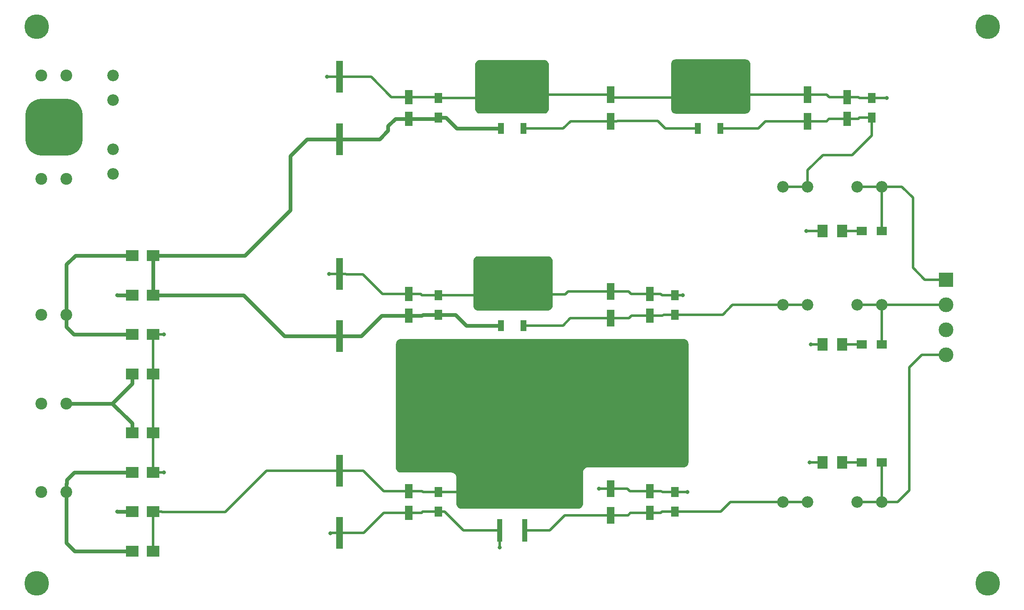
<source format=gbr>
G04 #@! TF.GenerationSoftware,KiCad,Pcbnew,(5.1.5)-3*
G04 #@! TF.CreationDate,2020-11-25T08:49:10-07:00*
G04 #@! TF.ProjectId,Power_Supply,506f7765-725f-4537-9570-706c792e6b69,rev?*
G04 #@! TF.SameCoordinates,Original*
G04 #@! TF.FileFunction,Copper,L1,Top*
G04 #@! TF.FilePolarity,Positive*
%FSLAX46Y46*%
G04 Gerber Fmt 4.6, Leading zero omitted, Abs format (unit mm)*
G04 Created by KiCad (PCBNEW (5.1.5)-3) date 2020-11-25 08:49:10*
%MOMM*%
%LPD*%
G04 APERTURE LIST*
%ADD10C,5.000000*%
%ADD11C,2.350000*%
%ADD12C,2.400000*%
%ADD13R,1.400000X6.400000*%
%ADD14R,1.600000X3.000000*%
%ADD15R,1.600000X2.000000*%
%ADD16R,1.600000X3.500000*%
%ADD17R,2.500000X2.300000*%
%ADD18R,2.000000X1.700000*%
%ADD19R,2.000000X2.500000*%
%ADD20R,1.200000X2.200000*%
%ADD21R,5.800000X6.400000*%
%ADD22R,2.750000X3.050000*%
%ADD23R,1.100000X4.600000*%
%ADD24R,10.800000X9.400000*%
%ADD25R,5.250000X4.550000*%
%ADD26C,3.000000*%
%ADD27R,3.000000X3.000000*%
%ADD28C,0.800000*%
%ADD29C,0.800000*%
%ADD30C,0.500000*%
%ADD31C,6.500000*%
%ADD32C,0.254000*%
G04 APERTURE END LIST*
D10*
X196500000Y-116500000D03*
X3500000Y-116500000D03*
X3500000Y-3500000D03*
X196500000Y-3500000D03*
D11*
X19000000Y-13378200D03*
X19000000Y-18378200D03*
X19000000Y-33378200D03*
X19000000Y-28378200D03*
D12*
X9540000Y-80000000D03*
X4460000Y-80000000D03*
D13*
X65000000Y-26325000D03*
X65000000Y-13675000D03*
D14*
X79000000Y-17800000D03*
X79000000Y-22200000D03*
D15*
X85000000Y-18000000D03*
X85000000Y-22000000D03*
D13*
X65000000Y-53675000D03*
X65000000Y-66325000D03*
X65000000Y-106325000D03*
X65000000Y-93675000D03*
D14*
X79000000Y-62200000D03*
X79000000Y-57800000D03*
X79000000Y-97800000D03*
X79000000Y-102200000D03*
D15*
X85000000Y-62000000D03*
X85000000Y-58000000D03*
X85000000Y-98000000D03*
X85000000Y-102000000D03*
D16*
X120000000Y-22700000D03*
X120000000Y-17300000D03*
X160000000Y-17300000D03*
X160000000Y-22700000D03*
X120000000Y-57300000D03*
X120000000Y-62700000D03*
X120000000Y-97300000D03*
X120000000Y-102700000D03*
D14*
X168000000Y-22200000D03*
X168000000Y-17800000D03*
X128000000Y-57800000D03*
X128000000Y-62200000D03*
X128000000Y-97800000D03*
X128000000Y-102200000D03*
D15*
X173000000Y-22000000D03*
X173000000Y-18000000D03*
X133000000Y-58000000D03*
X133000000Y-62000000D03*
X133000000Y-98000000D03*
X133000000Y-102000000D03*
D17*
X27150000Y-50000000D03*
X22850000Y-50000000D03*
X27150000Y-94000000D03*
X22850000Y-94000000D03*
X22850000Y-58000000D03*
X27150000Y-58000000D03*
X22850000Y-66000000D03*
X27150000Y-66000000D03*
X22850000Y-86000000D03*
X27150000Y-86000000D03*
X22850000Y-110000000D03*
X27150000Y-110000000D03*
X27150000Y-74000000D03*
X22850000Y-74000000D03*
X27150000Y-102000000D03*
X22850000Y-102000000D03*
D18*
X171000000Y-45000000D03*
X175000000Y-45000000D03*
X175000000Y-68000000D03*
X171000000Y-68000000D03*
X175000000Y-92000000D03*
X171000000Y-92000000D03*
D11*
X160000000Y-36000000D03*
X155000000Y-36000000D03*
X170000000Y-36000000D03*
X175000000Y-36000000D03*
X175000000Y-60000000D03*
X170000000Y-60000000D03*
X155000000Y-60000000D03*
X160000000Y-60000000D03*
X160000000Y-100000000D03*
X155000000Y-100000000D03*
X170000000Y-100000000D03*
X175000000Y-100000000D03*
D12*
X4460000Y-13378200D03*
X9540000Y-13378200D03*
X9540000Y-21378200D03*
X4460000Y-21378200D03*
X4460000Y-26378200D03*
X9540000Y-26378200D03*
X9540000Y-34378200D03*
X4460000Y-34378200D03*
X4460000Y-62000000D03*
X9540000Y-62000000D03*
X9540000Y-98000000D03*
X4460000Y-98000000D03*
D19*
X163000000Y-45000000D03*
X167000000Y-45000000D03*
X163000000Y-68000000D03*
X167000000Y-68000000D03*
X163000000Y-92000000D03*
X167000000Y-92000000D03*
D20*
X97720000Y-24200000D03*
X102280000Y-24200000D03*
D21*
X100000000Y-17900000D03*
D22*
X101525000Y-16225000D03*
X98475000Y-19575000D03*
X98475000Y-16225000D03*
X101525000Y-19575000D03*
X101525000Y-59575000D03*
X98475000Y-56225000D03*
X98475000Y-59575000D03*
X101525000Y-56225000D03*
D21*
X100000000Y-57900000D03*
D20*
X102280000Y-64200000D03*
X97720000Y-64200000D03*
D23*
X97460000Y-105775000D03*
X102540000Y-105775000D03*
D24*
X100000000Y-96625000D03*
D25*
X102775000Y-94200000D03*
X97225000Y-99050000D03*
X97225000Y-94200000D03*
X102775000Y-99050000D03*
D22*
X141525000Y-19575000D03*
X138475000Y-16225000D03*
X138475000Y-19575000D03*
X141525000Y-16225000D03*
D21*
X140000000Y-17900000D03*
D20*
X142280000Y-24200000D03*
X137720000Y-24200000D03*
D26*
X188087000Y-70104000D03*
D27*
X188087000Y-54864000D03*
D26*
X188087000Y-65024000D03*
X188087000Y-59944000D03*
D28*
X176067720Y-17993360D03*
X62443360Y-13685520D03*
X93451680Y-11160760D03*
X95651680Y-11160760D03*
X93451680Y-13360760D03*
X93451680Y-15560760D03*
X95651680Y-15560760D03*
X93451680Y-17760760D03*
X95651680Y-17760760D03*
X93451680Y-19960760D03*
X95651680Y-19960760D03*
X97851680Y-11160760D03*
X100051680Y-11160760D03*
X102251680Y-11160760D03*
X104451680Y-11160760D03*
X95651680Y-13360760D03*
X97851680Y-13360760D03*
X100051680Y-13360760D03*
X102251680Y-13360760D03*
X106651680Y-11160760D03*
X104451680Y-13360760D03*
X106651680Y-13360760D03*
X104451680Y-15560760D03*
X106651680Y-15560760D03*
X104451680Y-17760760D03*
X106651680Y-17760760D03*
X104451680Y-19960760D03*
X106651680Y-19960760D03*
X159730440Y-44983400D03*
X62814200Y-53705760D03*
X134680960Y-57993280D03*
X160639760Y-67985640D03*
X160411160Y-91963240D03*
X135544560Y-98028760D03*
X117642640Y-97297240D03*
X97444560Y-109235240D03*
X63139320Y-106334560D03*
X29291280Y-65999360D03*
X29281120Y-93990160D03*
X133421120Y-11247120D03*
X135621120Y-11247120D03*
X133421120Y-13447120D03*
X133421120Y-15647120D03*
X135621120Y-15647120D03*
X133421120Y-17847120D03*
X135621120Y-17847120D03*
X133421120Y-20047120D03*
X135621120Y-20047120D03*
X137821120Y-11247120D03*
X140021120Y-11247120D03*
X142221120Y-11247120D03*
X144421120Y-11247120D03*
X135621120Y-13447120D03*
X137821120Y-13447120D03*
X140021120Y-13447120D03*
X142221120Y-13447120D03*
X146621120Y-11247120D03*
X144421120Y-13447120D03*
X146621120Y-13447120D03*
X144421120Y-15647120D03*
X146621120Y-15647120D03*
X144421120Y-17847120D03*
X146621120Y-17847120D03*
X144421120Y-20047120D03*
X146621120Y-20047120D03*
X97689120Y-53431800D03*
X99889120Y-53431800D03*
X102089120Y-53431800D03*
X106489120Y-51231800D03*
X104289120Y-53431800D03*
X93289120Y-51231800D03*
X104289120Y-55631800D03*
X106489120Y-53431800D03*
X104289120Y-51231800D03*
X95489120Y-53431800D03*
X95489120Y-51231800D03*
X93289120Y-53431800D03*
X102089120Y-51231800D03*
X95489120Y-55631800D03*
X93289120Y-57831800D03*
X95489120Y-57831800D03*
X93289120Y-60031800D03*
X95489120Y-60031800D03*
X93289120Y-55631800D03*
X99889120Y-51231800D03*
X106489120Y-55631800D03*
X106489120Y-57831800D03*
X104289120Y-60031800D03*
X106489120Y-60031800D03*
X104289120Y-57831800D03*
X97689120Y-51231800D03*
X19812000Y-102001320D03*
X19817080Y-58013600D03*
D29*
X27150000Y-51950000D02*
X27150000Y-58000000D01*
X27150000Y-50000000D02*
X27150000Y-51950000D01*
X27150000Y-58000000D02*
X45472720Y-58000000D01*
X53797720Y-66325000D02*
X65000000Y-66325000D01*
X45472720Y-58000000D02*
X53797720Y-66325000D01*
X27150000Y-50000000D02*
X45712480Y-50000000D01*
X45712480Y-50000000D02*
X54935120Y-40777360D01*
X54935120Y-40777360D02*
X54935120Y-29738320D01*
X58348440Y-26325000D02*
X65000000Y-26325000D01*
X54935120Y-29738320D02*
X58348440Y-26325000D01*
X65000000Y-26325000D02*
X73055040Y-26325000D01*
X73055040Y-26325000D02*
X74787760Y-24592280D01*
X74787760Y-24592280D02*
X74787760Y-23693120D01*
X76280880Y-22200000D02*
X79000000Y-22200000D01*
X74787760Y-23693120D02*
X76280880Y-22200000D01*
X84800000Y-22200000D02*
X85000000Y-22000000D01*
X79000000Y-22200000D02*
X84800000Y-22200000D01*
X85000000Y-22000000D02*
X86600000Y-22000000D01*
X88800000Y-24200000D02*
X97720000Y-24200000D01*
X86600000Y-22000000D02*
X88800000Y-24200000D01*
X65000000Y-66325000D02*
X69371960Y-66325000D01*
X73496960Y-62200000D02*
X79000000Y-62200000D01*
X69371960Y-66325000D02*
X73496960Y-62200000D01*
X79000000Y-62200000D02*
X81675760Y-62200000D01*
X81875760Y-62000000D02*
X85000000Y-62000000D01*
X81675760Y-62200000D02*
X81875760Y-62000000D01*
X85000000Y-62000000D02*
X88497280Y-62000000D01*
X90697280Y-64200000D02*
X97720000Y-64200000D01*
X88497280Y-62000000D02*
X90697280Y-64200000D01*
D30*
X173000000Y-18000000D02*
X170471120Y-18000000D01*
X170271120Y-17800000D02*
X168000000Y-17800000D01*
X170471120Y-18000000D02*
X170271120Y-17800000D01*
X166700000Y-17800000D02*
X166695240Y-17795240D01*
X168000000Y-17800000D02*
X166700000Y-17800000D01*
X166695240Y-17795240D02*
X164388800Y-17795240D01*
X163893560Y-17300000D02*
X160000000Y-17300000D01*
X164388800Y-17795240D02*
X163893560Y-17300000D01*
X173000000Y-18000000D02*
X176061080Y-18000000D01*
X176061080Y-18000000D02*
X176067720Y-17993360D01*
X141519480Y-17355880D02*
X140919480Y-17955880D01*
X160000000Y-17300000D02*
X140600000Y-17300000D01*
X120600000Y-17900000D02*
X120000000Y-17300000D01*
X140000000Y-17900000D02*
X120600000Y-17900000D01*
X100600000Y-17300000D02*
X100000000Y-17900000D01*
X120000000Y-17300000D02*
X100600000Y-17300000D01*
X99900000Y-18000000D02*
X100000000Y-17900000D01*
X85000000Y-18000000D02*
X99900000Y-18000000D01*
X84800000Y-17800000D02*
X85000000Y-18000000D01*
X79000000Y-17800000D02*
X84800000Y-17800000D01*
X66200000Y-13675000D02*
X66210520Y-13685520D01*
X65000000Y-13675000D02*
X66200000Y-13675000D01*
X66210520Y-13685520D02*
X71374000Y-13685520D01*
X75488480Y-17800000D02*
X79000000Y-17800000D01*
X71374000Y-13685520D02*
X75488480Y-17800000D01*
X65000000Y-13675000D02*
X62453880Y-13675000D01*
X62453880Y-13675000D02*
X62443360Y-13685520D01*
X163000000Y-45000000D02*
X159747040Y-45000000D01*
X159747040Y-45000000D02*
X159730440Y-44983400D01*
X66200000Y-53675000D02*
X66306960Y-53781960D01*
X65000000Y-53675000D02*
X66200000Y-53675000D01*
X66306960Y-53781960D02*
X69707760Y-53781960D01*
X73725800Y-57800000D02*
X79000000Y-57800000D01*
X69707760Y-53781960D02*
X73725800Y-57800000D01*
X80300000Y-57800000D02*
X80310400Y-57810400D01*
X79000000Y-57800000D02*
X80300000Y-57800000D01*
X80310400Y-57810400D02*
X81457800Y-57810400D01*
X81647400Y-58000000D02*
X85000000Y-58000000D01*
X81457800Y-57810400D02*
X81647400Y-58000000D01*
X99900000Y-58000000D02*
X100000000Y-57900000D01*
X85000000Y-58000000D02*
X99900000Y-58000000D01*
X65000000Y-53675000D02*
X62844960Y-53675000D01*
X62844960Y-53675000D02*
X62814200Y-53705760D01*
X100000000Y-57900000D02*
X110735680Y-57900000D01*
X111335680Y-57300000D02*
X120000000Y-57300000D01*
X110735680Y-57900000D02*
X111335680Y-57300000D01*
X121300000Y-57300000D02*
X121323000Y-57277000D01*
X120000000Y-57300000D02*
X121300000Y-57300000D01*
X121323000Y-57277000D02*
X123616720Y-57277000D01*
X124139720Y-57800000D02*
X128000000Y-57800000D01*
X123616720Y-57277000D02*
X124139720Y-57800000D01*
X129300000Y-57800000D02*
X129320080Y-57779920D01*
X128000000Y-57800000D02*
X129300000Y-57800000D01*
X129320080Y-57779920D02*
X130180080Y-57779920D01*
X130400160Y-58000000D02*
X133000000Y-58000000D01*
X130180080Y-57779920D02*
X130400160Y-58000000D01*
X133000000Y-58000000D02*
X134674240Y-58000000D01*
X134674240Y-58000000D02*
X134680960Y-57993280D01*
X163000000Y-68000000D02*
X160654120Y-68000000D01*
X160654120Y-68000000D02*
X160639760Y-67985640D01*
X163000000Y-92000000D02*
X160447920Y-92000000D01*
X160447920Y-92000000D02*
X160411160Y-91963240D01*
X121300000Y-97300000D02*
X121307840Y-97292160D01*
X120000000Y-97300000D02*
X121300000Y-97300000D01*
X121307840Y-97292160D02*
X123362720Y-97292160D01*
X123870560Y-97800000D02*
X128000000Y-97800000D01*
X123362720Y-97292160D02*
X123870560Y-97800000D01*
X129300000Y-97800000D02*
X129304920Y-97795080D01*
X128000000Y-97800000D02*
X129300000Y-97800000D01*
X129304920Y-97795080D02*
X130281680Y-97795080D01*
X130486600Y-98000000D02*
X133000000Y-98000000D01*
X130281680Y-97795080D02*
X130486600Y-98000000D01*
X133000000Y-98000000D02*
X135515800Y-98000000D01*
X135515800Y-98000000D02*
X135544560Y-98028760D01*
X120000000Y-97300000D02*
X117645400Y-97300000D01*
X117645400Y-97300000D02*
X117642640Y-97297240D01*
X66200000Y-106325000D02*
X66256480Y-106268520D01*
X65000000Y-106325000D02*
X66200000Y-106325000D01*
X66256480Y-106268520D02*
X69905880Y-106268520D01*
X73974400Y-102200000D02*
X79000000Y-102200000D01*
X69905880Y-106268520D02*
X73974400Y-102200000D01*
X80300000Y-102200000D02*
X80304520Y-102204520D01*
X79000000Y-102200000D02*
X80300000Y-102200000D01*
X80304520Y-102204520D02*
X81630520Y-102204520D01*
X81835040Y-102000000D02*
X85000000Y-102000000D01*
X81630520Y-102204520D02*
X81835040Y-102000000D01*
X90075000Y-105775000D02*
X97460000Y-105775000D01*
X85000000Y-102000000D02*
X86300000Y-102000000D01*
X86300000Y-102000000D02*
X90075000Y-105775000D01*
X97460000Y-105775000D02*
X97460000Y-109219800D01*
X97460000Y-109219800D02*
X97444560Y-109235240D01*
X65000000Y-106325000D02*
X63148880Y-106325000D01*
X63148880Y-106325000D02*
X63139320Y-106334560D01*
X27150000Y-66000000D02*
X27150000Y-74000000D01*
X27150000Y-74000000D02*
X27150000Y-86000000D01*
X27150000Y-87650000D02*
X27150000Y-94000000D01*
X27150000Y-86000000D02*
X27150000Y-87650000D01*
X27150000Y-66000000D02*
X29290640Y-66000000D01*
X29290640Y-66000000D02*
X29291280Y-65999360D01*
X27150000Y-94000000D02*
X29271280Y-94000000D01*
X29271280Y-94000000D02*
X29281120Y-93990160D01*
X101387480Y-57340560D02*
X100787480Y-57940560D01*
X27150000Y-108350000D02*
X27150000Y-102000000D01*
X27150000Y-110000000D02*
X27150000Y-108350000D01*
X28900000Y-102000000D02*
X28916560Y-102016560D01*
X27150000Y-102000000D02*
X28900000Y-102000000D01*
X28916560Y-102016560D02*
X41772840Y-102016560D01*
X50114400Y-93675000D02*
X65000000Y-93675000D01*
X41772840Y-102016560D02*
X50114400Y-93675000D01*
X66200000Y-93675000D02*
X66225200Y-93649800D01*
X65000000Y-93675000D02*
X66200000Y-93675000D01*
X66225200Y-93649800D02*
X69819520Y-93649800D01*
X73969720Y-97800000D02*
X79000000Y-97800000D01*
X69819520Y-93649800D02*
X73969720Y-97800000D01*
X79000000Y-97800000D02*
X81737040Y-97800000D01*
X81937040Y-98000000D02*
X85000000Y-98000000D01*
X81737040Y-97800000D02*
X81937040Y-98000000D01*
X96175000Y-98000000D02*
X97225000Y-99050000D01*
X85000000Y-98000000D02*
X96175000Y-98000000D01*
X102280000Y-24200000D02*
X110379360Y-24200000D01*
X111879360Y-22700000D02*
X120000000Y-22700000D01*
X110379360Y-24200000D02*
X111879360Y-22700000D01*
X121300000Y-22700000D02*
X121322880Y-22677120D01*
X120000000Y-22700000D02*
X121300000Y-22700000D01*
X121322880Y-22677120D02*
X129595880Y-22677120D01*
X131118760Y-24200000D02*
X137720000Y-24200000D01*
X129595880Y-22677120D02*
X131118760Y-24200000D01*
X143380000Y-24200000D02*
X143383960Y-24196040D01*
X142280000Y-24200000D02*
X143380000Y-24200000D01*
X143383960Y-24196040D02*
X149936200Y-24196040D01*
X151432240Y-22700000D02*
X160000000Y-22700000D01*
X149936200Y-24196040D02*
X151432240Y-22700000D01*
X160000000Y-22700000D02*
X163822360Y-22700000D01*
X164322360Y-22200000D02*
X168000000Y-22200000D01*
X163822360Y-22700000D02*
X164322360Y-22200000D01*
X168000000Y-22200000D02*
X170281200Y-22200000D01*
X170481200Y-22000000D02*
X173000000Y-22000000D01*
X170281200Y-22200000D02*
X170481200Y-22000000D01*
X173000000Y-23500000D02*
X172999400Y-23500600D01*
X173000000Y-22000000D02*
X173000000Y-23500000D01*
X172999400Y-23500600D02*
X172999400Y-25587960D01*
X172999400Y-25587960D02*
X169026840Y-29560520D01*
X169026840Y-29560520D02*
X163093400Y-29560520D01*
X160000000Y-32653920D02*
X160000000Y-36000000D01*
X163093400Y-29560520D02*
X160000000Y-32653920D01*
X158338300Y-36000000D02*
X155000000Y-36000000D01*
X160000000Y-36000000D02*
X158338300Y-36000000D01*
X102280000Y-64200000D02*
X110318320Y-64200000D01*
X111818320Y-62700000D02*
X120000000Y-62700000D01*
X110318320Y-64200000D02*
X111818320Y-62700000D01*
X121300000Y-62700000D02*
X121307720Y-62692280D01*
X120000000Y-62700000D02*
X121300000Y-62700000D01*
X121307720Y-62692280D02*
X123743720Y-62692280D01*
X124236000Y-62200000D02*
X128000000Y-62200000D01*
X123743720Y-62692280D02*
X124236000Y-62200000D01*
X128000000Y-62200000D02*
X130514880Y-62200000D01*
X130714880Y-62000000D02*
X133000000Y-62000000D01*
X130514880Y-62200000D02*
X130714880Y-62000000D01*
X133000000Y-62000000D02*
X142764640Y-62000000D01*
X144764640Y-60000000D02*
X155000000Y-60000000D01*
X142764640Y-62000000D02*
X144764640Y-60000000D01*
X155000000Y-60000000D02*
X160000000Y-60000000D01*
X102540000Y-105775000D02*
X107610400Y-105775000D01*
X110685400Y-102700000D02*
X120000000Y-102700000D01*
X107610400Y-105775000D02*
X110685400Y-102700000D01*
X120000000Y-102700000D02*
X123522560Y-102700000D01*
X124022560Y-102200000D02*
X128000000Y-102200000D01*
X123522560Y-102700000D02*
X124022560Y-102200000D01*
X128000000Y-102200000D02*
X130199840Y-102200000D01*
X130399840Y-102000000D02*
X133000000Y-102000000D01*
X130199840Y-102200000D02*
X130399840Y-102000000D01*
X134300000Y-102000000D02*
X134301320Y-102001320D01*
X133000000Y-102000000D02*
X134300000Y-102000000D01*
X134301320Y-102001320D02*
X142331440Y-102001320D01*
X144332760Y-100000000D02*
X155000000Y-100000000D01*
X142331440Y-102001320D02*
X144332760Y-100000000D01*
X156661700Y-100000000D02*
X160000000Y-100000000D01*
X155000000Y-100000000D02*
X156661700Y-100000000D01*
D29*
X9540000Y-60302944D02*
X9540240Y-60302704D01*
X9540000Y-62000000D02*
X9540000Y-60302944D01*
X9540240Y-60302704D02*
X9540240Y-51795680D01*
X11335920Y-50000000D02*
X22850000Y-50000000D01*
X9540240Y-51795680D02*
X11335920Y-50000000D01*
X9540000Y-62000000D02*
X9540000Y-64480200D01*
X11059800Y-66000000D02*
X22850000Y-66000000D01*
X9540000Y-64480200D02*
X11059800Y-66000000D01*
X9540000Y-96302944D02*
X9555480Y-96287464D01*
X9540000Y-98000000D02*
X9540000Y-96302944D01*
X9555480Y-96287464D02*
X9555480Y-95524320D01*
X11079800Y-94000000D02*
X22850000Y-94000000D01*
X9555480Y-95524320D02*
X11079800Y-94000000D01*
X9540000Y-99697056D02*
X9525000Y-99712056D01*
X9540000Y-98000000D02*
X9540000Y-99697056D01*
X9525000Y-99712056D02*
X9525000Y-108346240D01*
X11178760Y-110000000D02*
X22850000Y-110000000D01*
X9525000Y-108346240D02*
X11178760Y-110000000D01*
X22850000Y-102000000D02*
X19813320Y-102000000D01*
X19813320Y-102000000D02*
X19812000Y-102001320D01*
X22850000Y-58000000D02*
X19830680Y-58000000D01*
X19830680Y-58000000D02*
X19817080Y-58013600D01*
X22850000Y-75950000D02*
X22850000Y-74000000D01*
X18800000Y-80000000D02*
X22850000Y-75950000D01*
X9540000Y-80000000D02*
X18800000Y-80000000D01*
X22850000Y-84050000D02*
X22850000Y-86000000D01*
X18800000Y-80000000D02*
X22850000Y-84050000D01*
D30*
X171000000Y-45000000D02*
X167000000Y-45000000D01*
X171000000Y-68000000D02*
X167000000Y-68000000D01*
X171000000Y-92000000D02*
X167000000Y-92000000D01*
D31*
X4460000Y-21378200D02*
X9540000Y-21378200D01*
X9540000Y-21378200D02*
X9540000Y-26378200D01*
X9540000Y-26378200D02*
X4460000Y-26378200D01*
X4460000Y-26378200D02*
X4460000Y-21378200D01*
D30*
X170000000Y-36000000D02*
X175000000Y-36000000D01*
X175000000Y-37661700D02*
X175000000Y-45000000D01*
X175000000Y-36000000D02*
X175000000Y-37661700D01*
X183769000Y-54864000D02*
X188087000Y-54864000D01*
X181356000Y-52451000D02*
X183769000Y-54864000D01*
X181356000Y-38227000D02*
X181356000Y-52451000D01*
X175000000Y-36000000D02*
X179129000Y-36000000D01*
X179129000Y-36000000D02*
X181356000Y-38227000D01*
X171661700Y-60000000D02*
X175000000Y-60000000D01*
X170000000Y-60000000D02*
X171661700Y-60000000D01*
X175000000Y-61661700D02*
X175000000Y-68000000D01*
X175000000Y-60000000D02*
X175000000Y-61661700D01*
X188031000Y-60000000D02*
X188087000Y-59944000D01*
X175000000Y-60000000D02*
X188031000Y-60000000D01*
X170000000Y-100000000D02*
X175000000Y-100000000D01*
X175000000Y-100000000D02*
X175000000Y-92000000D01*
X180594000Y-97663000D02*
X180594000Y-72644000D01*
X183134000Y-70104000D02*
X188087000Y-70104000D01*
X175000000Y-100000000D02*
X178257000Y-100000000D01*
X180594000Y-72644000D02*
X183134000Y-70104000D01*
X178257000Y-100000000D02*
X180594000Y-97663000D01*
D32*
G36*
X106617269Y-10375496D02*
G01*
X106780930Y-10425142D01*
X106931752Y-10505758D01*
X107063950Y-10614250D01*
X107172442Y-10746448D01*
X107253058Y-10897270D01*
X107302704Y-11060931D01*
X107320080Y-11237354D01*
X107320080Y-20096086D01*
X107302704Y-20272509D01*
X107253058Y-20436170D01*
X107172442Y-20586992D01*
X107063950Y-20719190D01*
X106931752Y-20827682D01*
X106780930Y-20908298D01*
X106617269Y-20957944D01*
X106440846Y-20975320D01*
X93457154Y-20975320D01*
X93280731Y-20957944D01*
X93117070Y-20908298D01*
X92966248Y-20827682D01*
X92834050Y-20719190D01*
X92725558Y-20586992D01*
X92644942Y-20436170D01*
X92595296Y-20272509D01*
X92577920Y-20096086D01*
X92577920Y-11237354D01*
X92595296Y-11060931D01*
X92644942Y-10897270D01*
X92725558Y-10746448D01*
X92834050Y-10614250D01*
X92966248Y-10505758D01*
X93117070Y-10425142D01*
X93280731Y-10375496D01*
X93457154Y-10358120D01*
X106440846Y-10358120D01*
X106617269Y-10375496D01*
G37*
X106617269Y-10375496D02*
X106780930Y-10425142D01*
X106931752Y-10505758D01*
X107063950Y-10614250D01*
X107172442Y-10746448D01*
X107253058Y-10897270D01*
X107302704Y-11060931D01*
X107320080Y-11237354D01*
X107320080Y-20096086D01*
X107302704Y-20272509D01*
X107253058Y-20436170D01*
X107172442Y-20586992D01*
X107063950Y-20719190D01*
X106931752Y-20827682D01*
X106780930Y-20908298D01*
X106617269Y-20957944D01*
X106440846Y-20975320D01*
X93457154Y-20975320D01*
X93280731Y-20957944D01*
X93117070Y-20908298D01*
X92966248Y-20827682D01*
X92834050Y-20719190D01*
X92725558Y-20586992D01*
X92644942Y-20436170D01*
X92595296Y-20272509D01*
X92577920Y-20096086D01*
X92577920Y-11237354D01*
X92595296Y-11060931D01*
X92644942Y-10897270D01*
X92725558Y-10746448D01*
X92834050Y-10614250D01*
X92966248Y-10505758D01*
X93117070Y-10425142D01*
X93280731Y-10375496D01*
X93457154Y-10358120D01*
X106440846Y-10358120D01*
X106617269Y-10375496D01*
G36*
X147470629Y-10243416D02*
G01*
X147634290Y-10293062D01*
X147785112Y-10373678D01*
X147917310Y-10482170D01*
X148025802Y-10614368D01*
X148106418Y-10765190D01*
X148156064Y-10928851D01*
X148173440Y-11105274D01*
X148173440Y-20121486D01*
X148156064Y-20297909D01*
X148106418Y-20461570D01*
X148025802Y-20612392D01*
X147917310Y-20744590D01*
X147785112Y-20853082D01*
X147634290Y-20933698D01*
X147470629Y-20983344D01*
X147294206Y-21000720D01*
X133218314Y-21000720D01*
X133041891Y-20983344D01*
X132878230Y-20933698D01*
X132727408Y-20853082D01*
X132595210Y-20744590D01*
X132486718Y-20612392D01*
X132406102Y-20461570D01*
X132356456Y-20297909D01*
X132339080Y-20121486D01*
X132339080Y-11105274D01*
X132356456Y-10928851D01*
X132406102Y-10765190D01*
X132486718Y-10614368D01*
X132595210Y-10482170D01*
X132727408Y-10373678D01*
X132878230Y-10293062D01*
X133041891Y-10243416D01*
X133218314Y-10226040D01*
X147294206Y-10226040D01*
X147470629Y-10243416D01*
G37*
X147470629Y-10243416D02*
X147634290Y-10293062D01*
X147785112Y-10373678D01*
X147917310Y-10482170D01*
X148025802Y-10614368D01*
X148106418Y-10765190D01*
X148156064Y-10928851D01*
X148173440Y-11105274D01*
X148173440Y-20121486D01*
X148156064Y-20297909D01*
X148106418Y-20461570D01*
X148025802Y-20612392D01*
X147917310Y-20744590D01*
X147785112Y-20853082D01*
X147634290Y-20933698D01*
X147470629Y-20983344D01*
X147294206Y-21000720D01*
X133218314Y-21000720D01*
X133041891Y-20983344D01*
X132878230Y-20933698D01*
X132727408Y-20853082D01*
X132595210Y-20744590D01*
X132486718Y-20612392D01*
X132406102Y-20461570D01*
X132356456Y-20297909D01*
X132339080Y-20121486D01*
X132339080Y-11105274D01*
X132356456Y-10928851D01*
X132406102Y-10765190D01*
X132486718Y-10614368D01*
X132595210Y-10482170D01*
X132727408Y-10373678D01*
X132878230Y-10293062D01*
X133041891Y-10243416D01*
X133218314Y-10226040D01*
X147294206Y-10226040D01*
X147470629Y-10243416D01*
G36*
X107338629Y-50228096D02*
G01*
X107502290Y-50277742D01*
X107653112Y-50358358D01*
X107785310Y-50466850D01*
X107893802Y-50599048D01*
X107974418Y-50749870D01*
X108024064Y-50913531D01*
X108041440Y-51089954D01*
X108041440Y-60106166D01*
X108024064Y-60282589D01*
X107974418Y-60446250D01*
X107893802Y-60597072D01*
X107785310Y-60729270D01*
X107653112Y-60837762D01*
X107502290Y-60918378D01*
X107338629Y-60968024D01*
X107162206Y-60985400D01*
X93086314Y-60985400D01*
X92909891Y-60968024D01*
X92746230Y-60918378D01*
X92595408Y-60837762D01*
X92463210Y-60729270D01*
X92354718Y-60597072D01*
X92274102Y-60446250D01*
X92224456Y-60282589D01*
X92207080Y-60106166D01*
X92207080Y-51089954D01*
X92224456Y-50913531D01*
X92274102Y-50749870D01*
X92354718Y-50599048D01*
X92463210Y-50466850D01*
X92595408Y-50358358D01*
X92746230Y-50277742D01*
X92909891Y-50228096D01*
X93086314Y-50210720D01*
X107162206Y-50210720D01*
X107338629Y-50228096D01*
G37*
X107338629Y-50228096D02*
X107502290Y-50277742D01*
X107653112Y-50358358D01*
X107785310Y-50466850D01*
X107893802Y-50599048D01*
X107974418Y-50749870D01*
X108024064Y-50913531D01*
X108041440Y-51089954D01*
X108041440Y-60106166D01*
X108024064Y-60282589D01*
X107974418Y-60446250D01*
X107893802Y-60597072D01*
X107785310Y-60729270D01*
X107653112Y-60837762D01*
X107502290Y-60918378D01*
X107338629Y-60968024D01*
X107162206Y-60985400D01*
X93086314Y-60985400D01*
X92909891Y-60968024D01*
X92746230Y-60918378D01*
X92595408Y-60837762D01*
X92463210Y-60729270D01*
X92354718Y-60597072D01*
X92274102Y-60446250D01*
X92224456Y-60282589D01*
X92207080Y-60106166D01*
X92207080Y-51089954D01*
X92224456Y-50913531D01*
X92274102Y-50749870D01*
X92354718Y-50599048D01*
X92463210Y-50466850D01*
X92595408Y-50358358D01*
X92746230Y-50277742D01*
X92909891Y-50228096D01*
X93086314Y-50210720D01*
X107162206Y-50210720D01*
X107338629Y-50228096D01*
G36*
X134928109Y-67032736D02*
G01*
X135091770Y-67082382D01*
X135242592Y-67162998D01*
X135374790Y-67271490D01*
X135483282Y-67403688D01*
X135563898Y-67554510D01*
X135613544Y-67718171D01*
X135630920Y-67894594D01*
X135630920Y-91932366D01*
X135613544Y-92108789D01*
X135563898Y-92272450D01*
X135483282Y-92423272D01*
X135374790Y-92555470D01*
X135242592Y-92663962D01*
X135091770Y-92744578D01*
X134928109Y-92794224D01*
X134751686Y-92811600D01*
X115381280Y-92811600D01*
X115368832Y-92812212D01*
X115173742Y-92831427D01*
X115149324Y-92836283D01*
X114961731Y-92893188D01*
X114938730Y-92902716D01*
X114765843Y-92995126D01*
X114745142Y-93008958D01*
X114593605Y-93133321D01*
X114576001Y-93150925D01*
X114451638Y-93302462D01*
X114437806Y-93323163D01*
X114345396Y-93496050D01*
X114335868Y-93519051D01*
X114278963Y-93706644D01*
X114274107Y-93731062D01*
X114254892Y-93926152D01*
X114254280Y-93938600D01*
X114254280Y-100309286D01*
X114236904Y-100485709D01*
X114187258Y-100649370D01*
X114106642Y-100800192D01*
X113998150Y-100932390D01*
X113865952Y-101040882D01*
X113715130Y-101121498D01*
X113551469Y-101171144D01*
X113375046Y-101188520D01*
X89626834Y-101188520D01*
X89450411Y-101171144D01*
X89286750Y-101121498D01*
X89135928Y-101040882D01*
X89003730Y-100932390D01*
X88895238Y-100800192D01*
X88814622Y-100649370D01*
X88764976Y-100485709D01*
X88747600Y-100309286D01*
X88747600Y-95000320D01*
X88746988Y-94987872D01*
X88727773Y-94792782D01*
X88722917Y-94768364D01*
X88666012Y-94580771D01*
X88656484Y-94557770D01*
X88564074Y-94384883D01*
X88550242Y-94364182D01*
X88425879Y-94212645D01*
X88408275Y-94195041D01*
X88256738Y-94070678D01*
X88236037Y-94056846D01*
X88063150Y-93964436D01*
X88040149Y-93954908D01*
X87852556Y-93898003D01*
X87828138Y-93893147D01*
X87633048Y-93873932D01*
X87620600Y-93873320D01*
X77374633Y-93873320D01*
X77198114Y-93855926D01*
X77034394Y-93806237D01*
X76883514Y-93725544D01*
X76751289Y-93616958D01*
X76642802Y-93484652D01*
X76562223Y-93333713D01*
X76512656Y-93169952D01*
X76495395Y-92993425D01*
X76514206Y-67893945D01*
X76531700Y-67717604D01*
X76581420Y-67554058D01*
X76662075Y-67403350D01*
X76770572Y-67271259D01*
X76902745Y-67162860D01*
X77053516Y-67082317D01*
X77217094Y-67032720D01*
X77393446Y-67015360D01*
X134751686Y-67015360D01*
X134928109Y-67032736D01*
G37*
X134928109Y-67032736D02*
X135091770Y-67082382D01*
X135242592Y-67162998D01*
X135374790Y-67271490D01*
X135483282Y-67403688D01*
X135563898Y-67554510D01*
X135613544Y-67718171D01*
X135630920Y-67894594D01*
X135630920Y-91932366D01*
X135613544Y-92108789D01*
X135563898Y-92272450D01*
X135483282Y-92423272D01*
X135374790Y-92555470D01*
X135242592Y-92663962D01*
X135091770Y-92744578D01*
X134928109Y-92794224D01*
X134751686Y-92811600D01*
X115381280Y-92811600D01*
X115368832Y-92812212D01*
X115173742Y-92831427D01*
X115149324Y-92836283D01*
X114961731Y-92893188D01*
X114938730Y-92902716D01*
X114765843Y-92995126D01*
X114745142Y-93008958D01*
X114593605Y-93133321D01*
X114576001Y-93150925D01*
X114451638Y-93302462D01*
X114437806Y-93323163D01*
X114345396Y-93496050D01*
X114335868Y-93519051D01*
X114278963Y-93706644D01*
X114274107Y-93731062D01*
X114254892Y-93926152D01*
X114254280Y-93938600D01*
X114254280Y-100309286D01*
X114236904Y-100485709D01*
X114187258Y-100649370D01*
X114106642Y-100800192D01*
X113998150Y-100932390D01*
X113865952Y-101040882D01*
X113715130Y-101121498D01*
X113551469Y-101171144D01*
X113375046Y-101188520D01*
X89626834Y-101188520D01*
X89450411Y-101171144D01*
X89286750Y-101121498D01*
X89135928Y-101040882D01*
X89003730Y-100932390D01*
X88895238Y-100800192D01*
X88814622Y-100649370D01*
X88764976Y-100485709D01*
X88747600Y-100309286D01*
X88747600Y-95000320D01*
X88746988Y-94987872D01*
X88727773Y-94792782D01*
X88722917Y-94768364D01*
X88666012Y-94580771D01*
X88656484Y-94557770D01*
X88564074Y-94384883D01*
X88550242Y-94364182D01*
X88425879Y-94212645D01*
X88408275Y-94195041D01*
X88256738Y-94070678D01*
X88236037Y-94056846D01*
X88063150Y-93964436D01*
X88040149Y-93954908D01*
X87852556Y-93898003D01*
X87828138Y-93893147D01*
X87633048Y-93873932D01*
X87620600Y-93873320D01*
X77374633Y-93873320D01*
X77198114Y-93855926D01*
X77034394Y-93806237D01*
X76883514Y-93725544D01*
X76751289Y-93616958D01*
X76642802Y-93484652D01*
X76562223Y-93333713D01*
X76512656Y-93169952D01*
X76495395Y-92993425D01*
X76514206Y-67893945D01*
X76531700Y-67717604D01*
X76581420Y-67554058D01*
X76662075Y-67403350D01*
X76770572Y-67271259D01*
X76902745Y-67162860D01*
X77053516Y-67082317D01*
X77217094Y-67032720D01*
X77393446Y-67015360D01*
X134751686Y-67015360D01*
X134928109Y-67032736D01*
M02*

</source>
